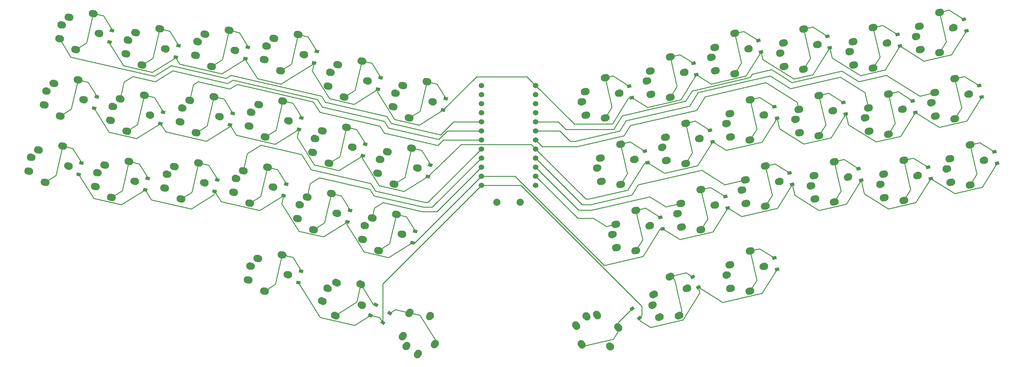
<source format=gbr>
%TF.GenerationSoftware,KiCad,Pcbnew,(6.0.8)*%
%TF.CreationDate,2023-05-09T18:28:35-05:00*%
%TF.ProjectId,Butterfly,42757474-6572-4666-9c79-2e6b69636164,1.0.0*%
%TF.SameCoordinates,Original*%
%TF.FileFunction,Copper,L2,Bot*%
%TF.FilePolarity,Positive*%
%FSLAX46Y46*%
G04 Gerber Fmt 4.6, Leading zero omitted, Abs format (unit mm)*
G04 Created by KiCad (PCBNEW (6.0.8)) date 2023-05-09 18:28:35*
%MOMM*%
%LPD*%
G01*
G04 APERTURE LIST*
G04 Aperture macros list*
%AMHorizOval*
0 Thick line with rounded ends*
0 $1 width*
0 $2 $3 position (X,Y) of the first rounded end (center of the circle)*
0 $4 $5 position (X,Y) of the second rounded end (center of the circle)*
0 Add line between two ends*
20,1,$1,$2,$3,$4,$5,0*
0 Add two circle primitives to create the rounded ends*
1,1,$1,$2,$3*
1,1,$1,$4,$5*%
%AMRotRect*
0 Rectangle, with rotation*
0 The origin of the aperture is its center*
0 $1 length*
0 $2 width*
0 $3 Rotation angle, in degrees counterclockwise*
0 Add horizontal line*
21,1,$1,$2,0,0,$3*%
G04 Aperture macros list end*
%TA.AperFunction,WasherPad*%
%ADD10C,2.100000*%
%TD*%
%TA.AperFunction,WasherPad*%
%ADD11C,1.900000*%
%TD*%
%TA.AperFunction,ComponentPad*%
%ADD12HorizOval,2.000000X0.243593X0.056238X-0.243593X-0.056238X0*%
%TD*%
%TA.AperFunction,ComponentPad*%
%ADD13HorizOval,2.000000X0.243593X-0.056238X-0.243593X0.056238X0*%
%TD*%
%TA.AperFunction,ComponentPad*%
%ADD14HorizOval,2.000000X0.153915X0.197003X-0.153915X-0.197003X0*%
%TD*%
%TA.AperFunction,ComponentPad*%
%ADD15HorizOval,2.000000X0.224699X-0.109593X-0.224699X0.109593X0*%
%TD*%
%TA.AperFunction,ComponentPad*%
%ADD16HorizOval,2.000000X0.224699X0.109593X-0.224699X-0.109593X0*%
%TD*%
%TA.AperFunction,ComponentPad*%
%ADD17C,2.000000*%
%TD*%
%TA.AperFunction,ComponentPad*%
%ADD18C,1.524000*%
%TD*%
%TA.AperFunction,ComponentPad*%
%ADD19HorizOval,2.000000X0.153915X-0.197003X-0.153915X0.197003X0*%
%TD*%
%TA.AperFunction,SMDPad,CuDef*%
%ADD20RotRect,0.900000X1.200000X77.000000*%
%TD*%
%TA.AperFunction,SMDPad,CuDef*%
%ADD21RotRect,0.900000X1.200000X103.000000*%
%TD*%
%TA.AperFunction,SMDPad,CuDef*%
%ADD22RotRect,0.900000X1.200000X128.000000*%
%TD*%
%TA.AperFunction,SMDPad,CuDef*%
%ADD23RotRect,0.900000X1.200000X63.000000*%
%TD*%
%TA.AperFunction,SMDPad,CuDef*%
%ADD24RotRect,0.900000X1.200000X119.000000*%
%TD*%
%TA.AperFunction,SMDPad,CuDef*%
%ADD25RotRect,0.900000X1.200000X54.000000*%
%TD*%
%TA.AperFunction,Conductor*%
%ADD26C,0.250000*%
%TD*%
G04 APERTURE END LIST*
D10*
%TO.P,MX21,*%
%TO.N,*%
X241916561Y-87693925D03*
X252634631Y-85219463D03*
D11*
X252225396Y-85313943D03*
X242325796Y-87599445D03*
D12*
%TO.P,MX21,1,COL*%
%TO.N,col9*%
X243183618Y-91403988D03*
X242991870Y-84838858D03*
%TO.P,MX21,2,ROW*%
%TO.N,Net-(D21-Pad2)*%
X248602807Y-92205477D03*
X248607745Y-80935518D03*
%TD*%
D11*
%TO.P,MX8,*%
%TO.N,*%
X220014394Y-75643231D03*
D10*
X219605159Y-75737711D03*
D11*
X229913994Y-73357729D03*
D10*
X230323229Y-73263249D03*
D12*
%TO.P,MX8,1,COL*%
%TO.N,col8*%
X220680468Y-72882644D03*
X220872216Y-79447774D03*
%TO.P,MX8,2,ROW*%
%TO.N,Net-(D8-Pad2)*%
X226296343Y-68979304D03*
X226291405Y-80249263D03*
%TD*%
D10*
%TO.P,MX1,*%
%TO.N,*%
X55886091Y-59955256D03*
X66604161Y-62429718D03*
D11*
X56295326Y-60049736D03*
X66194926Y-62335238D03*
D13*
%TO.P,MX1,1,COL*%
%TO.N,col1*%
X58104152Y-57860524D03*
X55398530Y-63845280D03*
%TO.P,MX1,2,ROW*%
%TO.N,Net-(D1-Pad2)*%
X64862777Y-56814063D03*
X59917915Y-66941270D03*
%TD*%
D11*
%TO.P,MX7,*%
%TO.N,*%
X201809754Y-81475361D03*
X211709354Y-79189859D03*
D10*
X201400519Y-81569841D03*
X212118589Y-79095379D03*
D12*
%TO.P,MX7,1,COL*%
%TO.N,col7*%
X202667576Y-85279904D03*
X202475828Y-78714774D03*
%TO.P,MX7,2,ROW*%
%TO.N,Net-(D7-Pad2)*%
X208091703Y-74811434D03*
X208086765Y-86081393D03*
%TD*%
D10*
%TO.P,MX25,*%
%TO.N,*%
X47315454Y-97078756D03*
D11*
X47724689Y-97173236D03*
D10*
X58033524Y-99553218D03*
D11*
X57624289Y-99458738D03*
D13*
%TO.P,MX25,1,COL*%
%TO.N,col1*%
X46827893Y-100968780D03*
X49533515Y-94984024D03*
%TO.P,MX25,2,ROW*%
%TO.N,Net-(D25-Pad2)*%
X56292140Y-93937563D03*
X51347278Y-104064770D03*
%TD*%
D11*
%TO.P,MX29,*%
%TO.N,*%
X122864464Y-110447476D03*
D10*
X133173299Y-112827458D03*
D11*
X132764064Y-112732978D03*
D10*
X122455229Y-110352996D03*
D13*
%TO.P,MX29,1,COL*%
%TO.N,col5*%
X124673290Y-108258264D03*
X121967668Y-114243020D03*
%TO.P,MX29,2,ROW*%
%TO.N,Net-(D29-Pad2)*%
X126487053Y-117339010D03*
X131431915Y-107211803D03*
%TD*%
D10*
%TO.P,MX28,*%
%TO.N,*%
X115325768Y-105448515D03*
D11*
X114916533Y-105354035D03*
D10*
X104607698Y-102974053D03*
D11*
X105016933Y-103068533D03*
D13*
%TO.P,MX28,1,COL*%
%TO.N,col4*%
X106825759Y-100879321D03*
X104120137Y-106864077D03*
%TO.P,MX28,2,ROW*%
%TO.N,Net-(D28-Pad2)*%
X113584384Y-99832860D03*
X108639522Y-109960067D03*
%TD*%
D10*
%TO.P,MX39,*%
%TO.N,*%
X152387134Y-150076513D03*
X159159410Y-141408395D03*
D11*
X152645712Y-149745549D03*
X158900832Y-141739359D03*
D14*
%TO.P,MX39,1,COL*%
%TO.N,col6*%
X155706640Y-152162389D03*
X151426054Y-147180995D03*
%TO.P,MX39,2,ROW*%
%TO.N,Net-(D39-Pad2)*%
X160422535Y-149374857D03*
X153333958Y-140613346D03*
%TD*%
D11*
%TO.P,MX27,*%
%TO.N,*%
X95640563Y-104162341D03*
D10*
X96049798Y-104256821D03*
D11*
X85740963Y-101876839D03*
D10*
X85331728Y-101782359D03*
D13*
%TO.P,MX27,1,COL*%
%TO.N,col3*%
X84844167Y-105672383D03*
X87549789Y-99687627D03*
%TO.P,MX27,2,ROW*%
%TO.N,Net-(D27-Pad2)*%
X94308414Y-98641166D03*
X89363552Y-108768373D03*
%TD*%
D11*
%TO.P,MX24,*%
%TO.N,*%
X309517640Y-79418646D03*
D10*
X299208805Y-81798628D03*
X309926875Y-79324166D03*
D11*
X299618040Y-81704148D03*
D12*
%TO.P,MX24,1,COL*%
%TO.N,col12*%
X300284114Y-78943561D03*
X300475862Y-85508691D03*
%TO.P,MX24,2,ROW*%
%TO.N,Net-(D24-Pad2)*%
X305899989Y-75040221D03*
X305895051Y-86310180D03*
%TD*%
D11*
%TO.P,MX10,*%
%TO.N,*%
X267216048Y-65560500D03*
D10*
X267625283Y-65466020D03*
D11*
X257316448Y-67846002D03*
D10*
X256907213Y-67940482D03*
D12*
%TO.P,MX10,1,COL*%
%TO.N,col10*%
X257982522Y-65085415D03*
X258174270Y-71650545D03*
%TO.P,MX10,2,ROW*%
%TO.N,Net-(D10-Pad2)*%
X263598397Y-61182075D03*
X263593459Y-72452034D03*
%TD*%
D11*
%TO.P,MX38,*%
%TO.N,*%
X130623352Y-133875555D03*
D10*
X140132593Y-138513521D03*
D11*
X139755100Y-138329405D03*
D10*
X130245859Y-133691439D03*
D15*
%TO.P,MX38,1,COL*%
%TO.N,col5*%
X132878283Y-132149349D03*
X128895729Y-137372084D03*
%TO.P,MX38,2,ROW*%
%TO.N,Net-(D38-Pad2)*%
X139699088Y-132650069D03*
X132602836Y-141405365D03*
%TD*%
D10*
%TO.P,MX6,*%
%TO.N,*%
X159948573Y-81536088D03*
D11*
X159539338Y-81441608D03*
X149639738Y-79156106D03*
D10*
X149230503Y-79061626D03*
D13*
%TO.P,MX6,1,COL*%
%TO.N,col6*%
X151448564Y-76966894D03*
X148742942Y-82951650D03*
%TO.P,MX6,2,ROW*%
%TO.N,Net-(D6-Pad2)*%
X153262327Y-86047640D03*
X158207189Y-75920433D03*
%TD*%
D10*
%TO.P,MX2,*%
%TO.N,*%
X85165910Y-66715037D03*
D11*
X84756675Y-66620557D03*
D10*
X74447840Y-64240575D03*
D11*
X74857075Y-64335055D03*
D13*
%TO.P,MX2,1,COL*%
%TO.N,col2*%
X76665901Y-62145843D03*
X73960279Y-68130599D03*
%TO.P,MX2,2,ROW*%
%TO.N,Net-(D2-Pad2)*%
X78479664Y-71226589D03*
X83424526Y-61099382D03*
%TD*%
D11*
%TO.P,MX16,*%
%TO.N,*%
X119201851Y-86792285D03*
D10*
X119611086Y-86886765D03*
X108893016Y-84412303D03*
D11*
X109302251Y-84506783D03*
D13*
%TO.P,MX16,1,COL*%
%TO.N,col4*%
X111111077Y-82317571D03*
X108405455Y-88302327D03*
%TO.P,MX16,2,ROW*%
%TO.N,Net-(D16-Pad2)*%
X117869702Y-81271110D03*
X112924840Y-91398317D03*
%TD*%
D10*
%TO.P,MX12,*%
%TO.N,*%
X305641557Y-60762416D03*
D11*
X295332722Y-63142398D03*
X305232322Y-60856896D03*
D10*
X294923487Y-63236878D03*
D12*
%TO.P,MX12,1,COL*%
%TO.N,col12*%
X295998796Y-60381811D03*
X296190544Y-66946941D03*
%TO.P,MX12,2,ROW*%
%TO.N,Net-(D12-Pad2)*%
X301609733Y-67748430D03*
X301614671Y-56478471D03*
%TD*%
D11*
%TO.P,MX30,*%
%TO.N,*%
X141069103Y-116279605D03*
X150968703Y-118565107D03*
D10*
X140659868Y-116185125D03*
X151377938Y-118659587D03*
D13*
%TO.P,MX30,1,COL*%
%TO.N,col6*%
X140172307Y-120075149D03*
X142877929Y-114090393D03*
%TO.P,MX30,2,ROW*%
%TO.N,Net-(D30-Pad2)*%
X149636554Y-113043932D03*
X144691692Y-123171139D03*
%TD*%
D10*
%TO.P,MX22,*%
%TO.N,*%
X261192531Y-86502232D03*
D11*
X271501366Y-84122250D03*
X261601766Y-86407752D03*
D10*
X271910601Y-84027770D03*
D12*
%TO.P,MX22,1,COL*%
%TO.N,col10*%
X262459588Y-90212295D03*
X262267840Y-83647165D03*
%TO.P,MX22,2,ROW*%
%TO.N,Net-(D22-Pad2)*%
X267883715Y-79743825D03*
X267878777Y-91013784D03*
%TD*%
D11*
%TO.P,MX5,*%
%TO.N,*%
X141334699Y-75609478D03*
D10*
X131025864Y-73229496D03*
D11*
X131435099Y-73323976D03*
D10*
X141743934Y-75703958D03*
D13*
%TO.P,MX5,1,COL*%
%TO.N,col5*%
X130538303Y-77119520D03*
X133243925Y-71134764D03*
%TO.P,MX5,2,ROW*%
%TO.N,Net-(D5-Pad2)*%
X140002550Y-70088303D03*
X135057688Y-80215510D03*
%TD*%
D10*
%TO.P,MX19,*%
%TO.N,*%
X205685836Y-100131591D03*
D11*
X206095071Y-100037111D03*
X215994671Y-97751609D03*
D10*
X216403906Y-97657129D03*
D12*
%TO.P,MX19,1,COL*%
%TO.N,col7*%
X206952893Y-103841654D03*
X206761145Y-97276524D03*
%TO.P,MX19,2,ROW*%
%TO.N,Net-(D19-Pad2)*%
X212377020Y-93373184D03*
X212372082Y-104643143D03*
%TD*%
D10*
%TO.P,MX41,*%
%TO.N,*%
X221216499Y-138547274D03*
X231103233Y-133725192D03*
D11*
X230725740Y-133909308D03*
X221593992Y-138363158D03*
D16*
%TO.P,MX41,1,COL*%
%TO.N,col8*%
X223285664Y-141877223D03*
X221621998Y-135523490D03*
%TO.P,MX41,2,ROW*%
%TO.N,Net-(D41-Pad2)*%
X228746256Y-141439118D03*
X226215877Y-130456897D03*
%TD*%
D10*
%TO.P,MX33,*%
%TO.N,*%
X256919949Y-103781213D03*
D11*
X256510714Y-103875693D03*
X246611114Y-106161195D03*
D10*
X246201879Y-106255675D03*
D12*
%TO.P,MX33,1,COL*%
%TO.N,col9*%
X247468936Y-109965738D03*
X247277188Y-103400608D03*
%TO.P,MX33,2,ROW*%
%TO.N,Net-(D33-Pad2)*%
X252888125Y-110767227D03*
X252893063Y-99497268D03*
%TD*%
D17*
%TO.P,SW1,1,1*%
%TO.N,Net-(SW1-Pad1)*%
X177794578Y-109671024D03*
%TO.P,SW1,2,2*%
%TO.N,Net-(SW1-Pad2)*%
X184294578Y-109671024D03*
%TD*%
D18*
%TO.P,U1,1,D3/TX0*%
%TO.N,row1*%
X188655978Y-76986774D03*
%TO.P,U1,2,D2/RX1*%
%TO.N,unconnected-(U1-Pad2)*%
X188655978Y-79526774D03*
%TO.P,U1,3,GND*%
%TO.N,unconnected-(U1-Pad3)*%
X188655978Y-82066774D03*
%TO.P,U1,4,GND*%
%TO.N,unconnected-(U1-Pad4)*%
X188655978Y-84606774D03*
%TO.P,U1,5,SDA/D1/2*%
%TO.N,col12*%
X188655978Y-87146774D03*
%TO.P,U1,6,SCL/D0/3*%
%TO.N,col11*%
X188655978Y-89686774D03*
%TO.P,U1,7,D4/4*%
%TO.N,col10*%
X188655978Y-92226774D03*
%TO.P,U1,8,C6/5*%
%TO.N,row2*%
X188655978Y-94766774D03*
%TO.P,U1,9,D7/6*%
%TO.N,col9*%
X188655978Y-97306774D03*
%TO.P,U1,10,E6/7*%
%TO.N,col8*%
X188655978Y-99846774D03*
%TO.P,U1,11,B4/8*%
%TO.N,col7*%
X188655978Y-102386774D03*
%TO.P,U1,12,B5/9*%
%TO.N,unconnected-(U1-Pad12)*%
X188655978Y-104926774D03*
%TO.P,U1,13,10/B6*%
%TO.N,row4*%
X173435978Y-104926774D03*
%TO.P,U1,14,16/B2*%
%TO.N,row3*%
X173435978Y-102386774D03*
%TO.P,U1,15,14/B3*%
%TO.N,col6*%
X173435978Y-99846774D03*
%TO.P,U1,16,15/B1*%
%TO.N,col5*%
X173435978Y-97306774D03*
%TO.P,U1,17,A0/F7*%
%TO.N,col4*%
X173435978Y-94766774D03*
%TO.P,U1,18,A1/F6*%
%TO.N,col3*%
X173435978Y-92226774D03*
%TO.P,U1,19,A2/F5*%
%TO.N,col2*%
X173435978Y-89686774D03*
%TO.P,U1,20,A3/F4*%
%TO.N,col1*%
X173435978Y-87146774D03*
%TO.P,U1,21,VCC*%
%TO.N,unconnected-(U1-Pad21)*%
X173435978Y-84606774D03*
%TO.P,U1,22,RST*%
%TO.N,Net-(SW1-Pad1)*%
X173435978Y-82066774D03*
%TO.P,U1,23,GND*%
%TO.N,Net-(SW1-Pad2)*%
X173435978Y-79526774D03*
%TO.P,U1,24,RAW*%
%TO.N,unconnected-(U1-Pad24)*%
X173435978Y-76986774D03*
%TD*%
D11*
%TO.P,MX35,*%
%TO.N,*%
X285341608Y-104551216D03*
D10*
X284932373Y-104645696D03*
X295650443Y-102171234D03*
D11*
X295241208Y-102265714D03*
D12*
%TO.P,MX35,1,COL*%
%TO.N,col11*%
X286199430Y-108355759D03*
X286007682Y-101790629D03*
%TO.P,MX35,2,ROW*%
%TO.N,Net-(D35-Pad2)*%
X291618619Y-109157248D03*
X291623557Y-97887289D03*
%TD*%
D10*
%TO.P,MX17,*%
%TO.N,*%
X126740545Y-91791246D03*
X137458615Y-94265708D03*
D11*
X127149780Y-91885726D03*
X137049380Y-94171228D03*
D13*
%TO.P,MX17,1,COL*%
%TO.N,col5*%
X128958606Y-89696514D03*
X126252984Y-95681270D03*
%TO.P,MX17,2,ROW*%
%TO.N,Net-(D17-Pad2)*%
X130772369Y-98777260D03*
X135717231Y-88650053D03*
%TD*%
D10*
%TO.P,MX34,*%
%TO.N,*%
X276195918Y-102589520D03*
X265477848Y-105063982D03*
D11*
X265887083Y-104969502D03*
X275786683Y-102684000D03*
D12*
%TO.P,MX34,1,COL*%
%TO.N,col10*%
X266744905Y-108774045D03*
X266553157Y-102208915D03*
%TO.P,MX34,2,ROW*%
%TO.N,Net-(D34-Pad2)*%
X272164094Y-109575534D03*
X272169032Y-98305575D03*
%TD*%
D11*
%TO.P,MX23,*%
%TO.N,*%
X281056290Y-85989466D03*
D10*
X291365125Y-83609484D03*
X280647055Y-86083946D03*
D11*
X290955890Y-83703964D03*
D12*
%TO.P,MX23,1,COL*%
%TO.N,col11*%
X281722364Y-83228879D03*
X281914112Y-89794009D03*
%TO.P,MX23,2,ROW*%
%TO.N,Net-(D23-Pad2)*%
X287333301Y-90595498D03*
X287338239Y-79325539D03*
%TD*%
D10*
%TO.P,MX11,*%
%TO.N,*%
X276361737Y-67522196D03*
D11*
X276770972Y-67427716D03*
D10*
X287079807Y-65047734D03*
D11*
X286670572Y-65142214D03*
D12*
%TO.P,MX11,1,COL*%
%TO.N,col11*%
X277628794Y-71232259D03*
X277437046Y-64667129D03*
%TO.P,MX11,2,ROW*%
%TO.N,Net-(D11-Pad2)*%
X283052921Y-60763789D03*
X283047983Y-72033748D03*
%TD*%
D11*
%TO.P,MX36,*%
%TO.N,*%
X313802957Y-97980396D03*
D10*
X303494122Y-100360378D03*
X314212192Y-97885916D03*
D11*
X303903357Y-100265898D03*
D12*
%TO.P,MX36,1,COL*%
%TO.N,col12*%
X304761179Y-104070441D03*
X304569431Y-97505311D03*
%TO.P,MX36,2,ROW*%
%TO.N,Net-(D36-Pad2)*%
X310180368Y-104871930D03*
X310185306Y-93601971D03*
%TD*%
D10*
%TO.P,MX14,*%
%TO.N,*%
X70162522Y-82802323D03*
D11*
X80471357Y-85182305D03*
X70571757Y-82896803D03*
D10*
X80880592Y-85276785D03*
D13*
%TO.P,MX14,1,COL*%
%TO.N,col2*%
X72380583Y-80707591D03*
X69674961Y-86692347D03*
%TO.P,MX14,2,ROW*%
%TO.N,Net-(D14-Pad2)*%
X79139208Y-79661130D03*
X74194346Y-89788337D03*
%TD*%
D10*
%TO.P,MX31,*%
%TO.N,*%
X220689224Y-116218879D03*
X209971154Y-118693341D03*
D11*
X210380389Y-118598861D03*
X220279989Y-116313359D03*
D12*
%TO.P,MX31,1,COL*%
%TO.N,col7*%
X211238211Y-122403404D03*
X211046463Y-115838274D03*
%TO.P,MX31,2,ROW*%
%TO.N,Net-(D31-Pad2)*%
X216662338Y-111934934D03*
X216657400Y-123204893D03*
%TD*%
D10*
%TO.P,MX4,*%
%TO.N,*%
X123896403Y-68325014D03*
X113178333Y-65850552D03*
D11*
X123487168Y-68230534D03*
X113587568Y-65945032D03*
D13*
%TO.P,MX4,1,COL*%
%TO.N,col4*%
X115396394Y-63755820D03*
X112690772Y-69740576D03*
%TO.P,MX4,2,ROW*%
%TO.N,Net-(D4-Pad2)*%
X122155019Y-62709359D03*
X117210157Y-72836566D03*
%TD*%
D11*
%TO.P,MX15,*%
%TO.N,*%
X99925882Y-85600593D03*
X90026282Y-83315091D03*
D10*
X89617047Y-83220611D03*
X100335117Y-85695073D03*
D13*
%TO.P,MX15,1,COL*%
%TO.N,col3*%
X91835108Y-81125879D03*
X89129486Y-87110635D03*
%TO.P,MX15,2,ROW*%
%TO.N,Net-(D15-Pad2)*%
X93648871Y-90206625D03*
X98593733Y-80079418D03*
%TD*%
D11*
%TO.P,MX26,*%
%TO.N,*%
X76186040Y-103744056D03*
X66286440Y-101458554D03*
D10*
X65877205Y-101364074D03*
X76595275Y-103838536D03*
D13*
%TO.P,MX26,1,COL*%
%TO.N,col2*%
X68095266Y-99269342D03*
X65389644Y-105254098D03*
%TO.P,MX26,2,ROW*%
%TO.N,Net-(D26-Pad2)*%
X69909029Y-108350088D03*
X74853891Y-98222881D03*
%TD*%
D10*
%TO.P,MX20,*%
%TO.N,*%
X223890476Y-94299461D03*
D11*
X234199311Y-91919479D03*
D10*
X234608546Y-91824999D03*
D11*
X224299711Y-94204981D03*
D12*
%TO.P,MX20,1,COL*%
%TO.N,col8*%
X224965785Y-91444394D03*
X225157533Y-98009524D03*
%TO.P,MX20,2,ROW*%
%TO.N,Net-(D20-Pad2)*%
X230576722Y-98811013D03*
X230581660Y-87541054D03*
%TD*%
D11*
%TO.P,MX13,*%
%TO.N,*%
X61909608Y-80896989D03*
D10*
X62318843Y-80991469D03*
D11*
X52010008Y-78611487D03*
D10*
X51600773Y-78517007D03*
D13*
%TO.P,MX13,1,COL*%
%TO.N,col1*%
X53818834Y-76422275D03*
X51113212Y-82407031D03*
%TO.P,MX13,2,ROW*%
%TO.N,Net-(D13-Pad2)*%
X55632597Y-85503021D03*
X60577459Y-75375814D03*
%TD*%
D10*
%TO.P,MX18,*%
%TO.N,*%
X144945186Y-97623376D03*
D11*
X155254021Y-100003358D03*
D10*
X155663256Y-100097838D03*
D11*
X145354421Y-97717856D03*
D13*
%TO.P,MX18,1,COL*%
%TO.N,col6*%
X144457625Y-101513400D03*
X147163247Y-95528644D03*
%TO.P,MX18,2,ROW*%
%TO.N,Net-(D18-Pad2)*%
X148977010Y-104609390D03*
X153921872Y-94482183D03*
%TD*%
D11*
%TO.P,MX9,*%
%TO.N,*%
X238040479Y-69037695D03*
X247940079Y-66752193D03*
D10*
X248349314Y-66657713D03*
X237631244Y-69132175D03*
D12*
%TO.P,MX9,1,COL*%
%TO.N,col9*%
X238898301Y-72842238D03*
X238706553Y-66277108D03*
%TO.P,MX9,2,ROW*%
%TO.N,Net-(D9-Pad2)*%
X244322428Y-62373768D03*
X244317490Y-73643727D03*
%TD*%
D11*
%TO.P,MX3,*%
%TO.N,*%
X104211199Y-67038843D03*
X94311599Y-64753341D03*
D10*
X93902364Y-64658861D03*
X104620434Y-67133323D03*
D13*
%TO.P,MX3,1,COL*%
%TO.N,col3*%
X96120425Y-62564129D03*
X93414803Y-68548885D03*
%TO.P,MX3,2,ROW*%
%TO.N,Net-(D3-Pad2)*%
X97934188Y-71644875D03*
X102879050Y-61517668D03*
%TD*%
D11*
%TO.P,MX32,*%
%TO.N,*%
X238484629Y-110481229D03*
X228585029Y-112766731D03*
D10*
X228175794Y-112861211D03*
X238893864Y-110386749D03*
D12*
%TO.P,MX32,1,COL*%
%TO.N,col8*%
X229442851Y-116571274D03*
X229251103Y-110006144D03*
%TO.P,MX32,2,ROW*%
%TO.N,Net-(D32-Pad2)*%
X234862040Y-117372763D03*
X234866978Y-106102804D03*
%TD*%
D11*
%TO.P,MX40,*%
%TO.N,*%
X203047724Y-141835874D03*
X209302844Y-149842064D03*
D10*
X202789146Y-141504910D03*
X209561422Y-150173028D03*
D19*
%TO.P,MX40,1,COL*%
%TO.N,col7*%
X205831161Y-141272868D03*
X199962169Y-144221194D03*
%TO.P,MX40,2,ROW*%
%TO.N,Net-(D40-Pad2)*%
X201526021Y-149471372D03*
X211742159Y-144712956D03*
%TD*%
D11*
%TO.P,MX42,*%
%TO.N,*%
X252229376Y-127673726D03*
D10*
X252638611Y-127579246D03*
D11*
X242329776Y-129959228D03*
D10*
X241920541Y-130053708D03*
D12*
%TO.P,MX42,1,COL*%
%TO.N,col9*%
X243187598Y-133763771D03*
X242995850Y-127198641D03*
%TO.P,MX42,2,ROW*%
%TO.N,Net-(D42-Pad2)*%
X248611725Y-123295301D03*
X248606787Y-134565260D03*
%TD*%
D11*
%TO.P,MX37,*%
%TO.N,*%
X119019315Y-129925475D03*
D10*
X119428550Y-130019955D03*
X108710480Y-127545493D03*
D11*
X109119715Y-127639973D03*
D13*
%TO.P,MX37,1,COL*%
%TO.N,col4*%
X108222919Y-131435517D03*
X110928541Y-125450761D03*
%TO.P,MX37,2,ROW*%
%TO.N,Net-(D37-Pad2)*%
X112742304Y-134531507D03*
X117687166Y-124404300D03*
%TD*%
D20*
%TO.P,D4,1,K*%
%TO.N,row1*%
X126673668Y-70659599D03*
%TO.P,D4,2,A*%
%TO.N,Net-(D4-Pad2)*%
X127416006Y-67444177D03*
%TD*%
D21*
%TO.P,D32,1,K*%
%TO.N,row3*%
X242413467Y-111267587D03*
%TO.P,D32,2,A*%
%TO.N,Net-(D32-Pad2)*%
X241671129Y-108052165D03*
%TD*%
%TO.P,D21,1,K*%
%TO.N,row2*%
X256154234Y-86100301D03*
%TO.P,D21,2,A*%
%TO.N,Net-(D21-Pad2)*%
X255411896Y-82884879D03*
%TD*%
%TO.P,D19,1,K*%
%TO.N,row2*%
X219923509Y-98537967D03*
%TO.P,D19,2,A*%
%TO.N,Net-(D19-Pad2)*%
X219181171Y-95322545D03*
%TD*%
%TO.P,D11,1,K*%
%TO.N,row1*%
X290599410Y-65928572D03*
%TO.P,D11,2,A*%
%TO.N,Net-(D11-Pad2)*%
X289857072Y-62713150D03*
%TD*%
%TO.P,D7,1,K*%
%TO.N,row1*%
X215523996Y-80328433D03*
%TO.P,D7,2,A*%
%TO.N,Net-(D7-Pad2)*%
X214781658Y-77113011D03*
%TD*%
D20*
%TO.P,D30,1,K*%
%TO.N,row3*%
X154155203Y-120994172D03*
%TO.P,D30,2,A*%
%TO.N,Net-(D30-Pad2)*%
X154897541Y-117778750D03*
%TD*%
D21*
%TO.P,D23,1,K*%
%TO.N,row2*%
X294884728Y-84490322D03*
%TO.P,D23,2,A*%
%TO.N,Net-(D23-Pad2)*%
X294142390Y-81274900D03*
%TD*%
D20*
%TO.P,D5,1,K*%
%TO.N,row1*%
X144521197Y-78038542D03*
%TO.P,D5,2,A*%
%TO.N,Net-(D5-Pad2)*%
X145263535Y-74823120D03*
%TD*%
D21*
%TO.P,D24,1,K*%
%TO.N,row2*%
X313446477Y-80205004D03*
%TO.P,D24,2,A*%
%TO.N,Net-(D24-Pad2)*%
X312704139Y-76989582D03*
%TD*%
%TO.P,D36,1,K*%
%TO.N,row3*%
X317731795Y-98766754D03*
%TO.P,D36,2,A*%
%TO.N,Net-(D36-Pad2)*%
X316989457Y-95551332D03*
%TD*%
D22*
%TO.P,D40,1,K*%
%TO.N,row4*%
X217657091Y-142077883D03*
%TO.P,D40,2,A*%
%TO.N,Net-(D40-Pad2)*%
X215625409Y-139477447D03*
%TD*%
D23*
%TO.P,D38,1,K*%
%TO.N,row4*%
X142433412Y-141340556D03*
%TO.P,D38,2,A*%
%TO.N,Net-(D38-Pad2)*%
X143931580Y-138400234D03*
%TD*%
D21*
%TO.P,D12,1,K*%
%TO.N,row1*%
X309161160Y-61643255D03*
%TO.P,D12,2,A*%
%TO.N,Net-(D12-Pad2)*%
X308418822Y-58427833D03*
%TD*%
D20*
%TO.P,D27,1,K*%
%TO.N,row3*%
X98827064Y-106591406D03*
%TO.P,D27,2,A*%
%TO.N,Net-(D27-Pad2)*%
X99569402Y-103375984D03*
%TD*%
%TO.P,D16,1,K*%
%TO.N,row2*%
X122388350Y-89221348D03*
%TO.P,D16,2,A*%
%TO.N,Net-(D16-Pad2)*%
X123130688Y-86005926D03*
%TD*%
%TO.P,D29,1,K*%
%TO.N,row3*%
X135950563Y-115162040D03*
%TO.P,D29,2,A*%
%TO.N,Net-(D29-Pad2)*%
X136692901Y-111946618D03*
%TD*%
%TO.P,D37,1,K*%
%TO.N,row4*%
X122247994Y-132171844D03*
%TO.P,D37,2,A*%
%TO.N,Net-(D37-Pad2)*%
X122990332Y-128956422D03*
%TD*%
D21*
%TO.P,D22,1,K*%
%TO.N,row2*%
X275430203Y-84908608D03*
%TO.P,D22,2,A*%
%TO.N,Net-(D22-Pad2)*%
X274687865Y-81693186D03*
%TD*%
%TO.P,D8,1,K*%
%TO.N,row1*%
X233600076Y-73939451D03*
%TO.P,D8,2,A*%
%TO.N,Net-(D8-Pad2)*%
X232857738Y-70724029D03*
%TD*%
D24*
%TO.P,D41,1,K*%
%TO.N,row4*%
X234158200Y-133473588D03*
%TO.P,D41,2,A*%
%TO.N,Net-(D41-Pad2)*%
X232558328Y-130587342D03*
%TD*%
D20*
%TO.P,D6,1,K*%
%TO.N,row1*%
X162725838Y-83870672D03*
%TO.P,D6,2,A*%
%TO.N,Net-(D6-Pad2)*%
X163468176Y-80655250D03*
%TD*%
D21*
%TO.P,D34,1,K*%
%TO.N,row3*%
X279715521Y-103470358D03*
%TO.P,D34,2,A*%
%TO.N,Net-(D34-Pad2)*%
X278973183Y-100254936D03*
%TD*%
D20*
%TO.P,D3,1,K*%
%TO.N,row1*%
X107397699Y-69467907D03*
%TO.P,D3,2,A*%
%TO.N,Net-(D3-Pad2)*%
X108140037Y-66252485D03*
%TD*%
D21*
%TO.P,D35,1,K*%
%TO.N,row3*%
X299170045Y-103052072D03*
%TO.P,D35,2,A*%
%TO.N,Net-(D35-Pad2)*%
X298427707Y-99836650D03*
%TD*%
%TO.P,D42,1,K*%
%TO.N,row4*%
X256158214Y-128460084D03*
%TO.P,D42,2,A*%
%TO.N,Net-(D42-Pad2)*%
X255415876Y-125244662D03*
%TD*%
D20*
%TO.P,D18,1,K*%
%TO.N,row2*%
X158440520Y-102432422D03*
%TO.P,D18,2,A*%
%TO.N,Net-(D18-Pad2)*%
X159182858Y-99217000D03*
%TD*%
%TO.P,D13,1,K*%
%TO.N,row2*%
X65096106Y-83326052D03*
%TO.P,D13,2,A*%
%TO.N,Net-(D13-Pad2)*%
X65838444Y-80110630D03*
%TD*%
D21*
%TO.P,D31,1,K*%
%TO.N,row3*%
X224208827Y-117099717D03*
%TO.P,D31,2,A*%
%TO.N,Net-(D31-Pad2)*%
X223466489Y-113884295D03*
%TD*%
D20*
%TO.P,D25,1,K*%
%TO.N,row3*%
X60810790Y-101887802D03*
%TO.P,D25,2,A*%
%TO.N,Net-(D25-Pad2)*%
X61553128Y-98672380D03*
%TD*%
%TO.P,D15,1,K*%
%TO.N,row2*%
X103112380Y-88029656D03*
%TO.P,D15,2,A*%
%TO.N,Net-(D15-Pad2)*%
X103854718Y-84814234D03*
%TD*%
%TO.P,D2,1,K*%
%TO.N,row1*%
X87943174Y-69049620D03*
%TO.P,D2,2,A*%
%TO.N,Net-(D2-Pad2)*%
X88685512Y-65834198D03*
%TD*%
%TO.P,D17,1,K*%
%TO.N,row2*%
X140235881Y-96600292D03*
%TO.P,D17,2,A*%
%TO.N,Net-(D17-Pad2)*%
X140978219Y-93384870D03*
%TD*%
D21*
%TO.P,D9,1,K*%
%TO.N,row1*%
X251676157Y-67550468D03*
%TO.P,D9,2,A*%
%TO.N,Net-(D9-Pad2)*%
X250933819Y-64335046D03*
%TD*%
%TO.P,D20,1,K*%
%TO.N,row2*%
X238128149Y-92705837D03*
%TO.P,D20,2,A*%
%TO.N,Net-(D20-Pad2)*%
X237385811Y-89490415D03*
%TD*%
D20*
%TO.P,D28,1,K*%
%TO.N,row3*%
X118103033Y-107783099D03*
%TO.P,D28,2,A*%
%TO.N,Net-(D28-Pad2)*%
X118845371Y-104567677D03*
%TD*%
D21*
%TO.P,D10,1,K*%
%TO.N,row1*%
X270952126Y-66358775D03*
%TO.P,D10,2,A*%
%TO.N,Net-(D10-Pad2)*%
X270209788Y-63143353D03*
%TD*%
%TO.P,D33,1,K*%
%TO.N,row3*%
X260439552Y-104662051D03*
%TO.P,D33,2,A*%
%TO.N,Net-(D33-Pad2)*%
X259697214Y-101446629D03*
%TD*%
D20*
%TO.P,D1,1,K*%
%TO.N,row1*%
X69381425Y-64764302D03*
%TO.P,D1,2,A*%
%TO.N,Net-(D1-Pad2)*%
X70123763Y-61548880D03*
%TD*%
%TO.P,D14,1,K*%
%TO.N,row2*%
X83657856Y-87611370D03*
%TO.P,D14,2,A*%
%TO.N,Net-(D14-Pad2)*%
X84400194Y-84395948D03*
%TD*%
%TO.P,D26,1,K*%
%TO.N,row3*%
X79372540Y-106173120D03*
%TO.P,D26,2,A*%
%TO.N,Net-(D26-Pad2)*%
X80114878Y-102957698D03*
%TD*%
D25*
%TO.P,D39,1,K*%
%TO.N,row4*%
X145879660Y-143387861D03*
%TO.P,D39,2,A*%
%TO.N,Net-(D39-Pad2)*%
X147819352Y-140718105D03*
%TD*%
D26*
%TO.N,Net-(D1-Pad2)*%
X64862777Y-56814064D02*
X67675051Y-57463328D01*
X62964190Y-65037747D02*
X64862777Y-56814064D01*
X67675051Y-57463328D02*
X70151882Y-61427085D01*
X59917913Y-66941271D02*
X62964190Y-65037747D01*
%TO.N,Net-(D2-Pad2)*%
X83424525Y-61099381D02*
X86236802Y-61748646D01*
X78479664Y-71226589D02*
X81525939Y-69323063D01*
X81525939Y-69323063D02*
X83424525Y-61099381D01*
X86236802Y-61748646D02*
X88713631Y-65712402D01*
%TO.N,Net-(D3-Pad2)*%
X102879051Y-61517668D02*
X105691326Y-62166931D01*
X97934187Y-71644874D02*
X100980464Y-69741351D01*
X100980464Y-69741351D02*
X102879051Y-61517668D01*
X105691326Y-62166931D02*
X108168156Y-66130689D01*
%TO.N,Net-(D4-Pad2)*%
X117210156Y-72836568D02*
X120256433Y-70933044D01*
X120256433Y-70933044D02*
X122155020Y-62709360D01*
X124967295Y-63358625D02*
X127444125Y-67322382D01*
X122155020Y-62709360D02*
X124967295Y-63358625D01*
%TO.N,Net-(D5-Pad2)*%
X140002549Y-70088303D02*
X142814826Y-70737568D01*
X138103962Y-78311986D02*
X140002549Y-70088303D01*
X135057688Y-80215511D02*
X138103962Y-78311986D01*
X142814826Y-70737568D02*
X145291656Y-74701324D01*
%TO.N,Net-(D6-Pad2)*%
X156308603Y-84144116D02*
X158207190Y-75920433D01*
X161019465Y-76569698D02*
X163496296Y-80533454D01*
X158207190Y-75920433D02*
X161019465Y-76569698D01*
X153262327Y-86047640D02*
X156308603Y-84144116D01*
%TO.N,Net-(D7-Pad2)*%
X210287202Y-74304564D02*
X214781658Y-77113012D01*
X208086765Y-86081394D02*
X209990289Y-83035118D01*
X209990289Y-83035118D02*
X208091702Y-74811435D01*
X208091702Y-74811435D02*
X210287202Y-74304564D01*
%TO.N,Net-(D8-Pad2)*%
X226291405Y-80249264D02*
X228194929Y-77202988D01*
X228194929Y-77202988D02*
X226296342Y-68979305D01*
X229048694Y-68343874D02*
X232857738Y-70724029D01*
X226296342Y-68979305D02*
X229048694Y-68343874D01*
%TO.N,Net-(D9-Pad2)*%
X246221014Y-70597452D02*
X244322427Y-62373768D01*
X244317490Y-73643727D02*
X246221014Y-70597452D01*
X244322427Y-62373768D02*
X246858226Y-61788333D01*
X246858226Y-61788333D02*
X250933819Y-64335046D01*
%TO.N,Net-(D10-Pad2)*%
X265496984Y-69405759D02*
X263598397Y-61182076D01*
X266134195Y-60596641D02*
X270209788Y-63143354D01*
X263598397Y-61182076D02*
X266134195Y-60596641D01*
X263593459Y-72452035D02*
X265496984Y-69405759D01*
%TO.N,Net-(D11-Pad2)*%
X285743400Y-60142643D02*
X289857072Y-62713151D01*
X283052921Y-60763789D02*
X285743400Y-60142643D01*
X283047984Y-72033748D02*
X284951508Y-68987473D01*
X284951508Y-68987473D02*
X283052921Y-60763789D01*
%TO.N,Net-(D12-Pad2)*%
X303513258Y-64702155D02*
X301614671Y-56478472D01*
X304305150Y-55857326D02*
X308418822Y-58427833D01*
X301614671Y-56478472D02*
X304305150Y-55857326D01*
X301609733Y-67748431D02*
X303513258Y-64702155D01*
%TO.N,Net-(D13-Pad2)*%
X58678871Y-83599497D02*
X60577458Y-75375812D01*
X55632597Y-85503020D02*
X58678871Y-83599497D01*
X63389735Y-76025077D02*
X65866564Y-79988835D01*
X60577458Y-75375812D02*
X63389735Y-76025077D01*
%TO.N,Net-(D14-Pad2)*%
X74194346Y-89788339D02*
X77240622Y-87884814D01*
X77240622Y-87884814D02*
X79139209Y-79661131D01*
X81951484Y-80310396D02*
X84428314Y-84274152D01*
X79139209Y-79661131D02*
X81951484Y-80310396D01*
%TO.N,Net-(D15-Pad2)*%
X101406009Y-80728682D02*
X103882838Y-84692439D01*
X98593732Y-80079417D02*
X101406009Y-80728682D01*
X93648871Y-90206625D02*
X96695146Y-88303100D01*
X96695146Y-88303100D02*
X98593732Y-80079417D01*
%TO.N,Net-(D16-Pad2)*%
X117869701Y-81271110D02*
X120681977Y-81920375D01*
X115971115Y-89494793D02*
X117869701Y-81271110D01*
X120681977Y-81920375D02*
X123158807Y-85884130D01*
X112924839Y-91398317D02*
X115971115Y-89494793D01*
%TO.N,Net-(D17-Pad2)*%
X130772369Y-98777260D02*
X133818646Y-96873736D01*
X133818646Y-96873736D02*
X135717233Y-88650053D01*
X138529507Y-89299317D02*
X141006338Y-93263074D01*
X135717233Y-88650053D02*
X138529507Y-89299317D01*
%TO.N,Net-(D18-Pad2)*%
X156734148Y-95131448D02*
X159210977Y-99095204D01*
X148977010Y-104609390D02*
X152023285Y-102705866D01*
X152023285Y-102705866D02*
X153921872Y-94482182D01*
X153921872Y-94482182D02*
X156734148Y-95131448D01*
%TO.N,Net-(D19-Pad2)*%
X215067499Y-92752038D02*
X219181171Y-95322546D01*
X214275607Y-101596868D02*
X212377020Y-93373185D01*
X212372083Y-104643144D02*
X214275607Y-101596868D01*
X212377020Y-93373185D02*
X215067499Y-92752038D01*
%TO.N,Net-(D20-Pad2)*%
X232480247Y-95764738D02*
X230581660Y-87541054D01*
X233272139Y-86919908D02*
X237385811Y-89490416D01*
X230581660Y-87541054D02*
X233272139Y-86919908D01*
X230576723Y-98811013D02*
X232480247Y-95764738D01*
%TO.N,Net-(D21-Pad2)*%
X250506332Y-89159202D02*
X248607745Y-80935518D01*
X251298224Y-80314372D02*
X255411896Y-82884879D01*
X248607745Y-80935518D02*
X251298224Y-80314372D01*
X248602808Y-92205477D02*
X250506332Y-89159202D01*
%TO.N,Net-(D22-Pad2)*%
X270574194Y-79122679D02*
X274687865Y-81693187D01*
X267883714Y-79743826D02*
X270574194Y-79122679D01*
X267878777Y-91013785D02*
X269782301Y-87967509D01*
X269782301Y-87967509D02*
X267883714Y-79743826D01*
%TO.N,Net-(D23-Pad2)*%
X287333301Y-90595498D02*
X289236825Y-87549223D01*
X290028718Y-78704393D02*
X294142389Y-81274900D01*
X289236825Y-87549223D02*
X287338239Y-79325539D01*
X287338239Y-79325539D02*
X290028718Y-78704393D01*
%TO.N,Net-(D24-Pad2)*%
X308590468Y-74419075D02*
X312704139Y-76989583D01*
X305895051Y-86310181D02*
X307798575Y-83263905D01*
X307798575Y-83263905D02*
X305899988Y-75040222D01*
X305899988Y-75040222D02*
X308590468Y-74419075D01*
%TO.N,row3*%
X92239187Y-111555947D02*
X98598288Y-107582339D01*
X224208827Y-117099717D02*
X223374523Y-117292331D01*
X218662551Y-124833062D02*
X207834863Y-127332831D01*
X173435978Y-102386774D02*
X154644387Y-121178365D01*
X228991120Y-120088025D02*
X224208827Y-117099717D01*
X72686324Y-110351131D02*
X79372539Y-106173120D01*
X246243799Y-113661044D02*
X242413467Y-111267587D01*
X261139712Y-107694777D02*
X260439552Y-104662050D01*
X238235456Y-117953802D02*
X228991120Y-120088025D01*
X153860430Y-121178365D02*
X154155202Y-120994171D01*
X117578878Y-110053462D02*
X122390086Y-117753004D01*
X267900885Y-111919627D02*
X261139712Y-107694777D01*
X122390086Y-117753004D02*
X129264348Y-119340052D01*
X280594236Y-107276491D02*
X279715521Y-103470358D01*
X275537510Y-110156573D02*
X267900885Y-111919627D01*
X64988800Y-108574016D02*
X72686324Y-110351131D01*
X317731795Y-98766754D02*
X313553784Y-105452969D01*
X60810789Y-101887802D02*
X64988800Y-108574016D01*
X242413467Y-111267587D02*
X238235456Y-117953802D01*
X140594725Y-123585133D02*
X147468987Y-125172182D01*
X135950563Y-115162041D02*
X135783517Y-115885592D01*
X111416817Y-111961109D02*
X118103032Y-107783098D01*
X81134048Y-108992124D02*
X92239187Y-111555947D01*
X207834863Y-127332831D02*
X182888806Y-102386774D01*
X135783517Y-115885592D02*
X140594725Y-123585133D01*
X118103032Y-107783098D02*
X117578878Y-110053462D01*
X154644387Y-121178365D02*
X153860430Y-121178365D01*
X299170045Y-103052071D02*
X294992034Y-109738286D01*
X100625669Y-109469777D02*
X111416817Y-111961109D01*
X98827064Y-106591406D02*
X100625669Y-109469777D01*
X182888806Y-102386774D02*
X173435978Y-102386774D01*
X223374523Y-117292331D02*
X218662551Y-124833062D01*
X313553784Y-105452969D02*
X305856261Y-107230082D01*
X305856261Y-107230082D02*
X299170045Y-103052071D01*
X129264348Y-119340052D02*
X135950563Y-115162041D01*
X287355409Y-111501340D02*
X280594236Y-107276491D01*
X256261541Y-111348265D02*
X246243799Y-113661044D01*
X147468987Y-125172182D02*
X153860430Y-121178365D01*
X294992034Y-109738286D02*
X287355409Y-111501340D01*
X279715521Y-103470358D02*
X275537510Y-110156573D01*
X98598288Y-107582339D02*
X98827064Y-106591406D01*
X260439552Y-104662050D02*
X256261541Y-111348265D01*
X79372539Y-106173120D02*
X81134048Y-108992124D01*
%TO.N,Net-(D25-Pad2)*%
X51347279Y-104064771D02*
X54393555Y-102161247D01*
X56292142Y-93937563D02*
X59104416Y-94586828D01*
X59104416Y-94586828D02*
X61581247Y-98550584D01*
X54393555Y-102161247D02*
X56292142Y-93937563D01*
%TO.N,Net-(D26-Pad2)*%
X74853891Y-98222881D02*
X77666166Y-98872146D01*
X77666166Y-98872146D02*
X80142997Y-102835902D01*
X69909028Y-108350088D02*
X72955304Y-106446564D01*
X72955304Y-106446564D02*
X74853891Y-98222881D01*
%TO.N,Net-(D27-Pad2)*%
X89363552Y-108768375D02*
X92409829Y-106864851D01*
X97120690Y-99290432D02*
X99597521Y-103254188D01*
X92409829Y-106864851D02*
X94308416Y-98641167D01*
X94308416Y-98641167D02*
X97120690Y-99290432D01*
%TO.N,Net-(D28-Pad2)*%
X111685798Y-108056543D02*
X113584385Y-99832860D01*
X116396660Y-100482125D02*
X118873490Y-104445881D01*
X108639522Y-109960067D02*
X111685798Y-108056543D01*
X113584385Y-99832860D02*
X116396660Y-100482125D01*
%TO.N,Net-(D29-Pad2)*%
X134244191Y-107861067D02*
X136721020Y-111824822D01*
X126487052Y-117339010D02*
X129533327Y-115435485D01*
X131431914Y-107211802D02*
X134244191Y-107861067D01*
X129533327Y-115435485D02*
X131431914Y-107211802D01*
%TO.N,Net-(D30-Pad2)*%
X144691691Y-123171140D02*
X147737968Y-121267616D01*
X147737968Y-121267616D02*
X149636555Y-113043932D01*
X149636555Y-113043932D02*
X152448830Y-113693197D01*
X152448830Y-113693197D02*
X154925660Y-117656954D01*
%TO.N,Net-(D31-Pad2)*%
X216662338Y-111934934D02*
X219352817Y-111313788D01*
X219352817Y-111313788D02*
X223466488Y-113884295D01*
X218560925Y-120158618D02*
X216662338Y-111934934D01*
X216657400Y-123204893D02*
X218560925Y-120158618D01*
%TO.N,Net-(D32-Pad2)*%
X236765564Y-114326488D02*
X234866978Y-106102804D01*
X234862040Y-117372763D02*
X236765564Y-114326488D01*
X234866978Y-106102804D02*
X237557457Y-105481658D01*
X237557457Y-105481658D02*
X241671128Y-108052165D01*
%TO.N,Net-(D33-Pad2)*%
X252888125Y-110767227D02*
X254791650Y-107720951D01*
X254791650Y-107720951D02*
X252893063Y-99497268D01*
X255583542Y-98876122D02*
X259697213Y-101446629D01*
X252893063Y-99497268D02*
X255583542Y-98876122D01*
%TO.N,Net-(D34-Pad2)*%
X274067619Y-106529259D02*
X272169032Y-98305575D01*
X274859511Y-97684429D02*
X278973183Y-100254936D01*
X272164095Y-109575534D02*
X274067619Y-106529259D01*
X272169032Y-98305575D02*
X274859511Y-97684429D01*
%TO.N,Net-(D35-Pad2)*%
X294314036Y-97266143D02*
X298427707Y-99836650D01*
X291623556Y-97887289D02*
X294314036Y-97266143D01*
X293522143Y-106110972D02*
X291623556Y-97887289D01*
X291618619Y-109157248D02*
X293522143Y-106110972D01*
%TO.N,Net-(D36-Pad2)*%
X310185306Y-93601971D02*
X312875785Y-92980825D01*
X312083893Y-101825655D02*
X310185306Y-93601971D01*
X310180369Y-104871930D02*
X312083893Y-101825655D01*
X312875785Y-92980825D02*
X316989457Y-95551332D01*
%TO.N,Net-(D37-Pad2)*%
X120682138Y-125095743D02*
X123018451Y-128834626D01*
X115788581Y-132627983D02*
X117687168Y-124404299D01*
X117687168Y-124404299D02*
X120682138Y-125095743D01*
X112742305Y-134531507D02*
X115788581Y-132627983D01*
%TO.N,Net-(D38-Pad2)*%
X143184400Y-138227734D02*
X143931581Y-138400235D01*
X132602837Y-141405364D02*
X132616657Y-141345504D01*
X139699087Y-132650069D02*
X143184400Y-138227734D01*
X132616657Y-141345504D02*
X138547134Y-137639730D01*
X138547134Y-137639730D02*
X139699087Y-132650069D01*
%TO.N,Net-(D39-Pad2)*%
X160422535Y-149374857D02*
X160652755Y-148377665D01*
X149429548Y-139711942D02*
X147819351Y-140718104D01*
X160652755Y-148377665D02*
X156216982Y-141278945D01*
X156216982Y-141278945D02*
X153333957Y-140613346D01*
X153333957Y-140613346D02*
X149429548Y-139711942D01*
%TO.N,Net-(D40-Pad2)*%
X212094657Y-145245046D02*
X212074897Y-145159454D01*
X201878519Y-150003462D02*
X210342270Y-148049451D01*
X215625409Y-139477447D02*
X211742159Y-143360697D01*
X210342270Y-148049451D02*
X212094657Y-145245046D01*
X211742159Y-143360697D02*
X211742159Y-144712956D01*
%TO.N,Net-(D41-Pad2)*%
X227466593Y-131238429D02*
X226215878Y-130456896D01*
X228746256Y-141439117D02*
X229531490Y-140182481D01*
X230694770Y-129422862D02*
X232558328Y-130587343D01*
X226215878Y-130456896D02*
X230694770Y-129422862D01*
X229531490Y-140182481D02*
X227466593Y-131238429D01*
%TO.N,Net-(D42-Pad2)*%
X250510312Y-131518985D02*
X248611725Y-123295301D01*
X248611725Y-123295301D02*
X251302204Y-122674155D01*
X251302204Y-122674155D02*
X255415876Y-125244663D01*
X248606788Y-134565260D02*
X250510312Y-131518985D01*
%TO.N,col1*%
X128728683Y-79965640D02*
X129775623Y-81641092D01*
X55398529Y-63845281D02*
X58614660Y-68992167D01*
X58614660Y-68992167D02*
X81924028Y-74373559D01*
X129775623Y-81641092D02*
X146976177Y-85612153D01*
X148213468Y-87592232D02*
X162072908Y-90791936D01*
X101990136Y-74965626D02*
X103360960Y-74109040D01*
X165718070Y-87146774D02*
X173435978Y-87146774D01*
X146976177Y-85612153D02*
X148213468Y-87592232D01*
X86645756Y-71423096D02*
X101990136Y-74965626D01*
X162072908Y-90791936D02*
X165718070Y-87146774D01*
X103360960Y-74109040D02*
X128728683Y-79965640D01*
X81924028Y-74373559D02*
X86645756Y-71423096D01*
%TO.N,col2*%
X128937816Y-83011756D02*
X146262116Y-87011386D01*
X147404231Y-88839152D02*
X161511160Y-92095993D01*
X127605349Y-80879363D02*
X128937816Y-83011756D01*
X72380583Y-80707592D02*
X73480481Y-75943409D01*
X161511160Y-92095993D02*
X163920379Y-89686774D01*
X73480481Y-75943409D02*
X75917502Y-74420590D01*
X146262116Y-87011386D02*
X147404231Y-88839152D01*
X75917502Y-74420590D02*
X82228497Y-75877598D01*
X163920379Y-89686774D02*
X173435978Y-89686774D01*
X82228497Y-75877598D02*
X87102538Y-72831959D01*
X103970056Y-75422726D02*
X127605349Y-80879363D01*
X87102538Y-72831959D02*
X102446918Y-76374488D01*
X102446918Y-76374488D02*
X103970056Y-75422726D01*
%TO.N,col3*%
X94212980Y-75907281D02*
X102998875Y-77935664D01*
X91835108Y-81125878D02*
X92842156Y-76763867D01*
X146290367Y-90276424D02*
X161263511Y-93733247D01*
X128223757Y-84410990D02*
X145053077Y-88296345D01*
X145053077Y-88296345D02*
X146290367Y-90276424D01*
X161263511Y-93733247D02*
X162769984Y-92226774D01*
X105131268Y-76603197D02*
X126415409Y-81517029D01*
X126415409Y-81517029D02*
X128223757Y-84410990D01*
X102998875Y-77935664D02*
X105131268Y-76603197D01*
X92842156Y-76763867D02*
X94212980Y-75907281D01*
X162769984Y-92226774D02*
X173435978Y-92226774D01*
%TO.N,col4*%
X142509977Y-104392824D02*
X143842444Y-106525217D01*
X158506400Y-109696352D02*
X173435978Y-94766774D01*
X111754928Y-93642924D02*
X123139467Y-96271252D01*
X125804401Y-100536038D02*
X142509977Y-104392824D01*
X157578139Y-109696352D02*
X158506400Y-109696352D01*
X107947084Y-96022329D02*
X111754928Y-93642924D01*
X143842444Y-106525217D02*
X157578139Y-109696352D01*
X106825759Y-100879320D02*
X107947084Y-96022329D01*
X123139467Y-96271252D02*
X125804401Y-100536038D01*
%TO.N,col5*%
X142262328Y-106030078D02*
X143404442Y-107857843D01*
X143404442Y-107857843D02*
X157263881Y-111057547D01*
X127850771Y-102963589D02*
X128155397Y-102773235D01*
X157263881Y-111057547D02*
X159685205Y-111057547D01*
X128155397Y-102773235D02*
X142262328Y-106030078D01*
X125566064Y-104391232D02*
X127850771Y-102963589D01*
X159685205Y-111057547D02*
X173435978Y-97306774D01*
X124673288Y-108258263D02*
X125566064Y-104391232D01*
%TO.N,col6*%
X142877929Y-114090393D02*
X143527869Y-111275194D01*
X156978194Y-112294997D02*
X160987755Y-112294997D01*
X145964889Y-109752374D02*
X156978194Y-112294997D01*
X143527869Y-111275194D02*
X145964889Y-109752374D01*
X160987755Y-112294997D02*
X173435978Y-99846774D01*
%TO.N,row4*%
X122247994Y-132171844D02*
X128337772Y-141917527D01*
X142433412Y-141340557D02*
X144965674Y-141925175D01*
X229832530Y-142619992D02*
X220806204Y-144703883D01*
X234533108Y-135097493D02*
X229832530Y-142619992D01*
X234158200Y-133473588D02*
X240921074Y-137699500D01*
X218303784Y-138790469D02*
X184440089Y-104926774D01*
X145879660Y-132483092D02*
X145879660Y-143387861D01*
X137956332Y-144138147D02*
X142433412Y-141340557D01*
X128337772Y-141917527D02*
X137956332Y-144138147D01*
X144965674Y-141925175D02*
X145879661Y-143387861D01*
X217834670Y-142847063D02*
X217657091Y-142077883D01*
X184440089Y-104926774D02*
X173435978Y-104926774D01*
X218303784Y-141431190D02*
X218303784Y-138790469D01*
X234158200Y-133473588D02*
X234533108Y-135097493D01*
X173435978Y-104926774D02*
X145879660Y-132483092D01*
X251980203Y-135146299D02*
X256158214Y-128460084D01*
X220806204Y-144703883D02*
X217834670Y-142847063D01*
X240921074Y-137699500D02*
X251980203Y-135146299D01*
X217657091Y-142077883D02*
X218303784Y-141431190D01*
%TO.N,col7*%
X204799430Y-114184925D02*
X200454129Y-114184925D01*
X208416882Y-116445360D02*
X204799430Y-114184925D01*
X211046463Y-115838273D02*
X208416882Y-116445360D01*
X200454129Y-114184925D02*
X188655978Y-102386774D01*
%TO.N,col8*%
X200673910Y-111864706D02*
X188655978Y-99846774D01*
X220505296Y-108115053D02*
X204263765Y-111864706D01*
X204263765Y-111864706D02*
X200673910Y-111864706D01*
X229251103Y-110006143D02*
X225074710Y-110970340D01*
X225074710Y-110970340D02*
X220505296Y-108115053D01*
%TO.N,col9*%
X235080646Y-100676924D02*
X217292303Y-104783687D01*
X203906655Y-110317894D02*
X201667098Y-110317894D01*
X217292303Y-104783687D02*
X215507749Y-107639570D01*
X247277188Y-103400607D02*
X241553982Y-104721913D01*
X215507749Y-107639570D02*
X203906655Y-110317894D01*
X241553982Y-104721913D02*
X235080646Y-100676924D01*
X201667098Y-110317894D02*
X188655978Y-97306774D01*
%TO.N,col10*%
X253045555Y-76163676D02*
X236030618Y-80091884D01*
X190505567Y-94076363D02*
X188655978Y-92226774D01*
X233651212Y-83899729D02*
X215089463Y-88185046D01*
X213304909Y-91040930D02*
X200157002Y-94076363D01*
X261803597Y-81636308D02*
X253045555Y-76163676D01*
X200157002Y-94076363D02*
X190505567Y-94076363D01*
X215089463Y-88185046D02*
X213304909Y-91040930D01*
X262267840Y-83647165D02*
X261803597Y-81636308D01*
X236030618Y-80091884D02*
X233651212Y-83899729D01*
%TO.N,col11*%
X212174393Y-89672672D02*
X199799893Y-92529550D01*
X234126695Y-78902181D02*
X231747290Y-82710026D01*
X254235258Y-74259754D02*
X234126695Y-78902181D01*
X259947024Y-77828862D02*
X254235258Y-74259754D01*
X273868337Y-74614874D02*
X259947024Y-77828862D01*
X231747290Y-82710026D02*
X213958947Y-86816789D01*
X280722457Y-78897803D02*
X273868337Y-74614874D01*
X198236615Y-92529550D02*
X195393839Y-89686774D01*
X199799893Y-92529550D02*
X198236615Y-92529550D01*
X213958947Y-86816789D02*
X212174393Y-89672672D01*
X195393839Y-89686774D02*
X188655978Y-89686774D01*
X281722364Y-83228878D02*
X280722457Y-78897803D01*
%TO.N,col12*%
X254651554Y-72534387D02*
X249237710Y-73784271D01*
X232401328Y-78485885D02*
X230616774Y-81341768D01*
X210449025Y-89256375D02*
X197121569Y-89256375D01*
X195011968Y-87146774D02*
X188655978Y-87146774D01*
X300284114Y-78943561D02*
X296107720Y-79907757D01*
X248642859Y-74736232D02*
X232401328Y-78485885D01*
X230616774Y-81341768D02*
X212828430Y-85448531D01*
X212828430Y-85448531D02*
X210449025Y-89256375D01*
X279044439Y-75863763D02*
X274284633Y-72889506D01*
X296107720Y-79907757D02*
X286778501Y-74078214D01*
X286778501Y-74078214D02*
X279044439Y-75863763D01*
X260363321Y-76103495D02*
X254651554Y-72534387D01*
X197121569Y-89256375D02*
X195011968Y-87146774D01*
X249237710Y-73784271D02*
X248642859Y-74736232D01*
X274284633Y-72889506D02*
X260363321Y-76103495D01*
%TO.N,row1*%
X100833279Y-73674036D02*
X107369580Y-69589703D01*
X172099791Y-74496719D02*
X186165923Y-74496719D01*
X144354152Y-78762092D02*
X149165360Y-86461634D01*
X229231713Y-80930293D02*
X219925505Y-83078801D01*
X110798172Y-75076597D02*
X107369580Y-69589703D01*
X126149513Y-72929962D02*
X130960721Y-80629504D01*
X266216360Y-73937585D02*
X260947130Y-75154083D01*
X214565947Y-80549616D02*
X210091915Y-87709563D01*
X144521197Y-78038540D02*
X144354152Y-78762092D01*
X126673668Y-70659599D02*
X126149513Y-72929962D01*
X156039623Y-88048683D02*
X162725838Y-83870671D01*
X233600077Y-73939450D02*
X229231713Y-80930293D01*
X199012229Y-87343024D02*
X199264228Y-87595024D01*
X199378768Y-87709563D02*
X199012229Y-87343024D01*
X69353306Y-64886099D02*
X69313938Y-65056613D01*
X186165923Y-74496719D02*
X188655978Y-76986774D01*
X130960721Y-80629504D02*
X137834982Y-82216552D01*
X215523996Y-80328433D02*
X214565947Y-80549616D01*
X87915056Y-69171416D02*
X89025133Y-70947911D01*
X309161160Y-61643254D02*
X304983149Y-68329469D01*
X279547138Y-74201835D02*
X271619125Y-69247863D01*
X286421399Y-72614787D02*
X279547138Y-74201835D01*
X251676157Y-67550468D02*
X247474352Y-74274761D01*
X126645549Y-70781394D02*
X117350811Y-76589393D01*
X210091915Y-87709563D02*
X199378768Y-87709563D01*
X73267124Y-71383031D02*
X81378756Y-73255750D01*
X219925505Y-83078801D02*
X215523996Y-80328433D01*
X304983149Y-68329469D02*
X297285626Y-70106583D01*
X89025133Y-70947911D02*
X100833279Y-73674036D01*
X81378756Y-73255750D02*
X87915056Y-69171416D01*
X237735036Y-76523260D02*
X233600077Y-73939450D01*
X162725838Y-83870672D02*
X172099791Y-74496719D01*
X297285626Y-70106583D02*
X290599410Y-65928572D01*
X270952126Y-66358775D02*
X266216360Y-73937585D01*
X271619125Y-69247863D02*
X270952126Y-66358775D01*
X137834982Y-82216552D02*
X144521197Y-78038540D01*
X149165360Y-86461634D02*
X156039623Y-88048683D01*
X252164601Y-69666150D02*
X251676157Y-67550468D01*
X69313938Y-65056613D02*
X73267124Y-71383031D01*
X260947130Y-75154083D02*
X252164601Y-69666150D01*
X117350811Y-76589393D02*
X110798172Y-75076597D01*
X247474352Y-74274761D02*
X237735036Y-76523260D01*
X290599410Y-65928572D02*
X286421399Y-72614787D01*
X188655978Y-76986774D02*
X199012229Y-87343024D01*
%TO.N,row2*%
X309268467Y-86891219D02*
X301570943Y-88668332D01*
X271252193Y-91594823D02*
X263615567Y-93357877D01*
X126675403Y-99191254D02*
X133549666Y-100778301D01*
X133549666Y-100778301D02*
X140235881Y-96600291D01*
X115702135Y-93399360D02*
X122388350Y-89221349D01*
X263615567Y-93357877D02*
X256854394Y-89133027D01*
X151754305Y-106610432D02*
X158440521Y-102432421D01*
X313446478Y-80205004D02*
X309268467Y-86891219D01*
X83657856Y-87611370D02*
X85133837Y-89973433D01*
X121864195Y-91491712D02*
X126675403Y-99191254D01*
X256154234Y-86100301D02*
X251976223Y-92786516D01*
X276132913Y-87952377D02*
X275430204Y-84908608D01*
X158440520Y-102432422D02*
X167783479Y-93514969D01*
X233950138Y-99392052D02*
X224705802Y-101526275D01*
X238128149Y-92705837D02*
X233950138Y-99392052D01*
X219089205Y-98730581D02*
X214377233Y-106271313D01*
X140068836Y-97323842D02*
X144880044Y-105023384D01*
X290706717Y-91176537D02*
X283832455Y-92763585D01*
X241958481Y-95099294D02*
X238128149Y-92705837D01*
X214377233Y-106271313D02*
X203549546Y-108771081D01*
X104910986Y-90908027D02*
X115702135Y-93399360D01*
X294884728Y-84490321D02*
X290706717Y-91176537D01*
X167783479Y-93514969D02*
X187415813Y-93514969D01*
X102997881Y-88525611D02*
X103112381Y-88029656D01*
X69274118Y-90012267D02*
X76971641Y-91789380D01*
X283832455Y-92763585D02*
X276132913Y-87952377D01*
X275430204Y-84908608D02*
X271252193Y-91594823D01*
X140235881Y-96600291D02*
X140068836Y-97323842D01*
X224705802Y-101526275D02*
X219923509Y-98537967D01*
X103112381Y-88029656D02*
X104910986Y-90908027D01*
X122388350Y-89221349D02*
X121864195Y-91491712D01*
X203549546Y-108771081D02*
X202660285Y-108771081D01*
X202660285Y-108771081D02*
X188655978Y-94766774D01*
X96486466Y-92594394D02*
X102997881Y-88525611D01*
X256854394Y-89133027D02*
X256154234Y-86100301D01*
X187415813Y-93514969D02*
X188655978Y-94766774D01*
X76971641Y-91789380D02*
X83657856Y-87611370D01*
X144880044Y-105023384D02*
X151754305Y-106610432D01*
X251976223Y-92786516D02*
X241958481Y-95099294D01*
X65096107Y-83326052D02*
X69274118Y-90012267D01*
X219923509Y-98537967D02*
X219089205Y-98730581D01*
X301570943Y-88668332D02*
X294884728Y-84490321D01*
X85133837Y-89973433D02*
X96486466Y-92594394D01*
%TD*%
M02*

</source>
